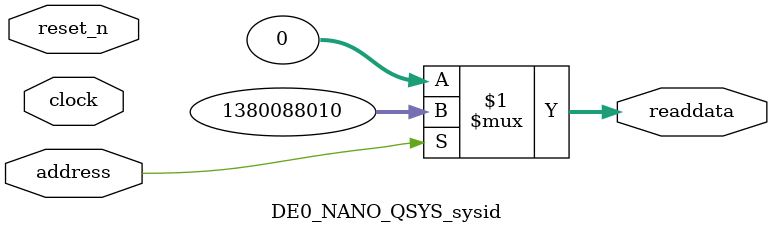
<source format=v>

`timescale 1ns / 1ps
// synthesis translate_on

// turn off superfluous verilog processor warnings 
// altera message_level Level1 
// altera message_off 10034 10035 10036 10037 10230 10240 10030 

module DE0_NANO_QSYS_sysid (
               // inputs:
                address,
                clock,
                reset_n,

               // outputs:
                readdata
             )
;

  output  [ 31: 0] readdata;
  input            address;
  input            clock;
  input            reset_n;

  wire    [ 31: 0] readdata;
  //control_slave, which is an e_avalon_slave
  assign readdata = address ? 1380088010 : 0;

endmodule




</source>
